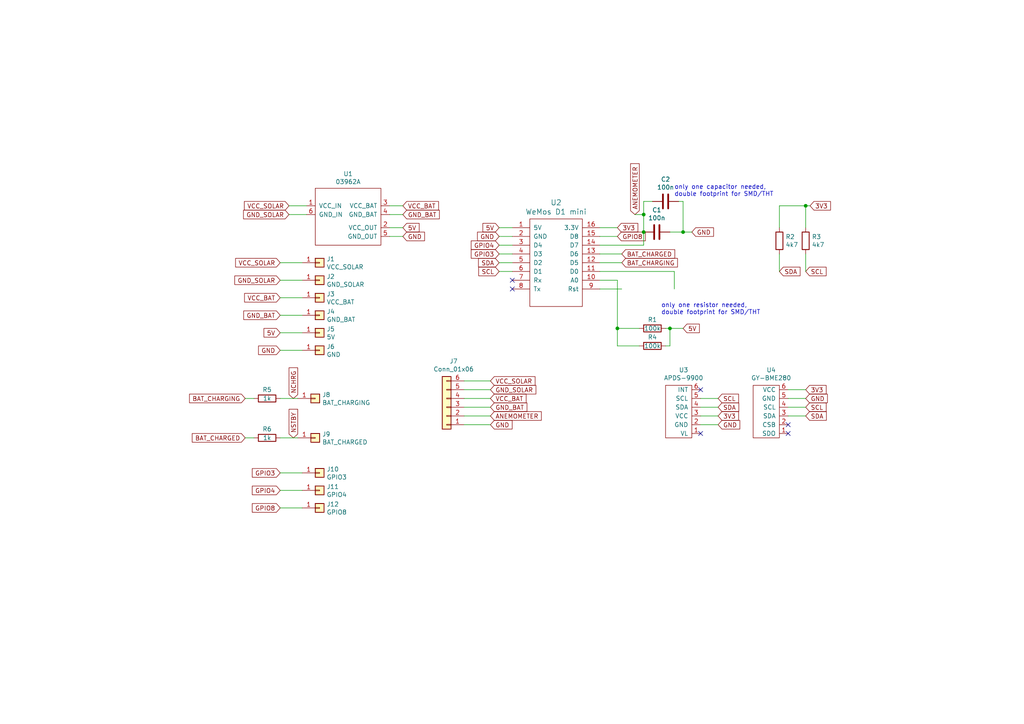
<source format=kicad_sch>
(kicad_sch (version 20211123) (generator eeschema)
  (paper "A4")
  (lib_symbols
    (symbol "Connector_Generic:Conn_01x01" (pin_names (offset 1.016) hide)
      (property "Reference" "J" (at 0 2.54 0))
      (property "Value" "Conn_01x01" (at 0 -2.54 0))
      (symbol "Conn_01x01_1_1"
        (rectangle (start -1.27 0.127) (end 0 -0.127) (stroke (width 0.1524)))
        (rectangle (start -1.27 1.27) (end 1.27 -1.27) (stroke (width 0.254)) (fill (type background)))
        (pin passive line (at -5.08 0 0) (length 3.81) (name "Pin_1") (number "1"))
      )
    )
    (symbol "Connector_Generic:Conn_01x06" (pin_names (offset 1.016) hide)
      (property "Reference" "J" (at 0 7.62 0))
      (property "Value" "Conn_01x06" (at 0 -10.16 0))
      (symbol "Conn_01x06_1_1"
        (rectangle (start -1.27 -7.493) (end 0 -7.747) (stroke (width 0.1524)))
        (rectangle (start -1.27 -4.953) (end 0 -5.207) (stroke (width 0.1524)))
        (rectangle (start -1.27 -2.413) (end 0 -2.667) (stroke (width 0.1524)))
        (rectangle (start -1.27 0.127) (end 0 -0.127) (stroke (width 0.1524)))
        (rectangle (start -1.27 2.667) (end 0 2.413) (stroke (width 0.1524)))
        (rectangle (start -1.27 5.207) (end 0 4.953) (stroke (width 0.1524)))
        (rectangle (start -1.27 6.35) (end 1.27 -8.89) (stroke (width 0.254)) (fill (type background)))
        (pin passive line (at -5.08 5.08 0) (length 3.81) (name "Pin_1") (number "1"))
        (pin passive line (at -5.08 2.54 0) (length 3.81) (name "Pin_2") (number "2"))
        (pin passive line (at -5.08 0 0) (length 3.81) (name "Pin_3") (number "3"))
        (pin passive line (at -5.08 -2.54 0) (length 3.81) (name "Pin_4") (number "4"))
        (pin passive line (at -5.08 -5.08 0) (length 3.81) (name "Pin_5") (number "5"))
        (pin passive line (at -5.08 -7.62 0) (length 3.81) (name "Pin_6") (number "6"))
      )
    )
    (symbol "Device:C" (pin_numbers hide) (pin_names (offset 0.254))
      (property "Reference" "C" (at 0.635 2.54 0))
      (property "Value" "C" (at 0.635 -2.54 0))
      (symbol "C_0_1"
        (polyline (pts (xy -2.032 -0.762) (xy 2.032 -0.762)) (stroke (width 0.508)))
        (polyline (pts (xy -2.032 0.762) (xy 2.032 0.762)) (stroke (width 0.508)))
      )
      (symbol "C_1_1"
        (pin passive line (at 0 3.81 270) (length 2.794) (name "~") (number "1"))
        (pin passive line (at 0 -3.81 90) (length 2.794) (name "~") (number "2"))
      )
    )
    (symbol "Device:R" (pin_numbers hide) (pin_names (offset 0))
      (property "Reference" "R" (at 2.032 0 90))
      (property "Value" "R" (at 0 0 90))
      (symbol "R_0_1"
        (rectangle (start -1.016 -2.54) (end 1.016 2.54) (stroke (width 0.254)))
      )
      (symbol "R_1_1"
        (pin passive line (at 0 3.81 270) (length 1.27) (name "~") (number "1"))
        (pin passive line (at 0 -3.81 90) (length 1.27) (name "~") (number "2"))
      )
    )
    (symbol "oko-weatherstation-rescue:GY-BME280-oko" (pin_names (offset 1.016))
      (property "Reference" "U" (at 0 -7.62 0))
      (property "Value" "GY-BME280-oko" (at 0 0 90))
      (symbol "GY-BME280-oko_0_1"
        (rectangle (start -1.27 6.35) (end 6.35 -8.89))
      )
      (symbol "GY-BME280-oko_1_1"
        (pin bidirectional line (at 8.89 -7.62 180) (length 2.54) (name "SDO") (number "1"))
        (pin bidirectional line (at 8.89 -5.08 180) (length 2.54) (name "CSB") (number "2"))
        (pin bidirectional line (at 8.89 -2.54 180) (length 2.54) (name "SDA") (number "3"))
        (pin bidirectional line (at 8.89 0 180) (length 2.54) (name "SCL") (number "4"))
        (pin unspecified line (at 8.89 2.54 180) (length 2.54) (name "GND") (number "5"))
        (pin unspecified line (at 8.89 5.08 180) (length 2.54) (name "VCC") (number "6"))
      )
    )
    (symbol "oko:03962A" (pin_names (offset 1.016))
      (property "Reference" "U" (at 1.27 -11.43 0))
      (property "Value" "03962A" (at -6.35 6.35 0))
      (symbol "03962A_0_1"
        (rectangle (start -16.51 7.62) (end 2.54 -8.89))
      )
      (symbol "03962A_1_1"
        (pin passive line (at -19.05 2.54 0) (length 2.54) (name "VCC_IN") (number "1"))
        (pin passive line (at 5.08 -3.81 180) (length 2.54) (name "VCC_OUT") (number "2"))
        (pin passive line (at 5.08 2.54 180) (length 2.54) (name "VCC_BAT") (number "3"))
        (pin passive line (at 5.08 0 180) (length 2.54) (name "GND_BAT") (number "4"))
        (pin passive line (at 5.08 -6.35 180) (length 2.54) (name "GND_OUT") (number "5"))
        (pin passive line (at -19.05 0 0) (length 2.54) (name "GND_IN") (number "6"))
      )
    )
    (symbol "oko:APDS-9900" (pin_names (offset 1.016))
      (property "Reference" "U" (at 0 -11.43 0))
      (property "Value" "APDS-9900" (at 0 -2.54 90))
      (symbol "APDS-9900_0_1"
        (rectangle (start -1.27 5.08) (end 6.35 -10.16))
      )
      (symbol "APDS-9900_1_1"
        (pin bidirectional line (at 8.89 -8.89 180) (length 2.54) (name "VL") (number "1"))
        (pin unspecified line (at 8.89 -6.35 180) (length 2.54) (name "GND") (number "2"))
        (pin unspecified line (at 8.89 -3.81 180) (length 2.54) (name "VCC") (number "3"))
        (pin bidirectional line (at 8.89 -1.27 180) (length 2.54) (name "SDA") (number "4"))
        (pin bidirectional line (at 8.89 1.27 180) (length 2.54) (name "SCL") (number "5"))
        (pin bidirectional line (at 8.89 3.81 180) (length 2.54) (name "INT") (number "6"))
      )
    )
    (symbol "wemos_mini:WeMos_mini" (pin_names (offset 1.016))
      (property "Reference" "U" (at 0 12.7 0))
      (property "Value" "WeMos_mini" (at 0 -12.7 0))
      (symbol "WeMos_mini_0_1"
        (rectangle (start -7.62 11.43) (end 7.62 -13.97))
      )
      (symbol "WeMos_mini_1_1"
        (pin power_in line (at -12.7 8.89 0) (length 5.08) (name "5V") (number "1"))
        (pin bidirectional line (at 12.7 -6.35 180) (length 5.08) (name "A0") (number "10"))
        (pin bidirectional line (at 12.7 -3.81 180) (length 5.08) (name "D0") (number "11"))
        (pin bidirectional line (at 12.7 -1.27 180) (length 5.08) (name "D5") (number "12"))
        (pin bidirectional line (at 12.7 1.27 180) (length 5.08) (name "D6") (number "13"))
        (pin bidirectional line (at 12.7 3.81 180) (length 5.08) (name "D7") (number "14"))
        (pin bidirectional line (at 12.7 6.35 180) (length 5.08) (name "D8") (number "15"))
        (pin power_out line (at 12.7 8.89 180) (length 5.08) (name "3.3V") (number "16"))
        (pin power_in line (at -12.7 6.35 0) (length 5.08) (name "GND") (number "2"))
        (pin bidirectional line (at -12.7 3.81 0) (length 5.08) (name "D4") (number "3"))
        (pin bidirectional line (at -12.7 1.27 0) (length 5.08) (name "D3") (number "4"))
        (pin bidirectional line (at -12.7 -1.27 0) (length 5.08) (name "D2") (number "5"))
        (pin bidirectional line (at -12.7 -3.81 0) (length 5.08) (name "D1") (number "6"))
        (pin bidirectional line (at -12.7 -6.35 0) (length 5.08) (name "Rx") (number "7"))
        (pin bidirectional line (at -12.7 -8.89 0) (length 5.08) (name "Tx") (number "8"))
        (pin bidirectional line (at 12.7 -8.89 180) (length 5.08) (name "Rst") (number "9"))
      )
    )
  )
  (junction (at 194.31 95.25))
  (junction (at 186.69 62.23))
  (junction (at 233.68 59.69))
  (junction (at 179.07 95.25))
  (junction (at 198.12 67.31))
  (junction (at 186.69 67.31))
  (no_connect (at 148.59 83.82))
  (no_connect (at 228.6 125.73))
  (no_connect (at 203.2 125.73))
  (no_connect (at 203.2 113.03))
  (no_connect (at 228.6 123.19))
  (no_connect (at 148.59 81.28))
  (wire (pts (xy 148.59 68.58) (xy 144.78 68.58)))
  (wire (pts (xy 134.62 115.57) (xy 142.24 115.57)))
  (wire (pts (xy 179.07 95.25) (xy 179.07 100.33)))
  (wire (pts (xy 113.03 66.04) (xy 116.84 66.04)))
  (wire (pts (xy 173.99 71.12) (xy 186.69 71.12)))
  (wire (pts (xy 173.99 66.04) (xy 179.07 66.04)))
  (wire (pts (xy 193.04 100.33) (xy 194.31 100.33)))
  (wire (pts (xy 113.03 62.23) (xy 116.84 62.23)))
  (wire (pts (xy 134.62 110.49) (xy 142.24 110.49)))
  (wire (pts (xy 194.31 95.25) (xy 198.12 95.25)))
  (wire (pts (xy 203.2 115.57) (xy 208.28 115.57)))
  (wire (pts (xy 81.28 91.44) (xy 87.63 91.44)))
  (wire (pts (xy 83.82 62.23) (xy 88.9 62.23)))
  (wire (pts (xy 113.03 59.69) (xy 116.84 59.69)))
  (wire (pts (xy 134.62 120.65) (xy 142.24 120.65)))
  (wire (pts (xy 194.31 67.31) (xy 198.12 67.31)))
  (wire (pts (xy 186.69 71.12) (xy 186.69 67.31)))
  (wire (pts (xy 228.6 113.03) (xy 233.68 113.03)))
  (wire (pts (xy 194.31 95.25) (xy 194.31 100.33)))
  (wire (pts (xy 186.69 62.23) (xy 186.69 58.42)))
  (wire (pts (xy 186.69 58.42) (xy 189.23 58.42)))
  (wire (pts (xy 179.07 81.28) (xy 179.07 95.25)))
  (wire (pts (xy 81.28 86.36) (xy 87.63 86.36)))
  (wire (pts (xy 81.28 76.2) (xy 87.63 76.2)))
  (wire (pts (xy 71.12 115.57) (xy 73.66 115.57)))
  (wire (pts (xy 173.99 83.82) (xy 180.34 83.82)))
  (wire (pts (xy 193.04 95.25) (xy 194.31 95.25)))
  (wire (pts (xy 144.78 66.04) (xy 148.59 66.04)))
  (wire (pts (xy 144.78 76.2) (xy 148.59 76.2)))
  (wire (pts (xy 198.12 58.42) (xy 198.12 67.31)))
  (wire (pts (xy 179.07 95.25) (xy 185.42 95.25)))
  (wire (pts (xy 148.59 73.66) (xy 144.78 73.66)))
  (wire (pts (xy 81.28 137.16) (xy 87.63 137.16)))
  (wire (pts (xy 134.62 123.19) (xy 142.24 123.19)))
  (wire (pts (xy 180.34 76.2) (xy 173.99 76.2)))
  (wire (pts (xy 186.69 62.23) (xy 184.15 62.23)))
  (wire (pts (xy 81.28 115.57) (xy 86.36 115.57)))
  (wire (pts (xy 71.12 127) (xy 73.66 127)))
  (wire (pts (xy 113.03 68.58) (xy 116.84 68.58)))
  (wire (pts (xy 186.69 62.23) (xy 186.69 67.31)))
  (wire (pts (xy 203.2 118.11) (xy 208.28 118.11)))
  (wire (pts (xy 81.28 147.32) (xy 87.63 147.32)))
  (wire (pts (xy 233.68 59.69) (xy 234.95 59.69)))
  (wire (pts (xy 81.28 96.52) (xy 87.63 96.52)))
  (wire (pts (xy 81.28 127) (xy 86.36 127)))
  (wire (pts (xy 196.85 58.42) (xy 198.12 58.42)))
  (wire (pts (xy 228.6 115.57) (xy 233.68 115.57)))
  (wire (pts (xy 134.62 113.03) (xy 142.24 113.03)))
  (wire (pts (xy 203.2 120.65) (xy 208.28 120.65)))
  (wire (pts (xy 203.2 123.19) (xy 208.28 123.19)))
  (wire (pts (xy 226.06 73.66) (xy 226.06 78.74)))
  (wire (pts (xy 180.34 73.66) (xy 173.99 73.66)))
  (wire (pts (xy 81.28 81.28) (xy 87.63 81.28)))
  (wire (pts (xy 228.6 118.11) (xy 233.68 118.11)))
  (wire (pts (xy 148.59 71.12) (xy 144.78 71.12)))
  (wire (pts (xy 81.28 101.6) (xy 87.63 101.6)))
  (wire (pts (xy 195.58 78.74) (xy 195.58 83.82)))
  (wire (pts (xy 226.06 59.69) (xy 233.68 59.69)))
  (wire (pts (xy 233.68 73.66) (xy 233.68 78.74)))
  (wire (pts (xy 81.28 142.24) (xy 87.63 142.24)))
  (wire (pts (xy 198.12 67.31) (xy 200.66 67.31)))
  (wire (pts (xy 233.68 66.04) (xy 233.68 59.69)))
  (wire (pts (xy 134.62 118.11) (xy 142.24 118.11)))
  (wire (pts (xy 226.06 59.69) (xy 226.06 66.04)))
  (wire (pts (xy 83.82 59.69) (xy 88.9 59.69)))
  (wire (pts (xy 173.99 68.58) (xy 179.07 68.58)))
  (wire (pts (xy 144.78 78.74) (xy 148.59 78.74)))
  (wire (pts (xy 173.99 81.28) (xy 179.07 81.28)))
  (wire (pts (xy 228.6 120.65) (xy 233.68 120.65)))
  (wire (pts (xy 173.99 78.74) (xy 195.58 78.74)))
  (wire (pts (xy 179.07 100.33) (xy 185.42 100.33)))
  (text "only one capacitor needed, \ndouble footprint for SMD/THT" (at 195.58 57.15 0) (effects (font (size 1.27 1.27)) (justify left bottom)))
  (text "only one resistor needed, \ndouble footprint for SMD/THT" (at 191.77 91.44 0) (effects (font (size 1.27 1.27)) (justify left bottom)))
  (global_label "VCC_BAT" (shape input) (at 116.84 59.69 0) (property "Intersheet References" "${INTERSHEET_REFS}" (effects hide)))
  (global_label "BAT_CHARGING" (shape input) (at 71.12 115.57 180) (property "Intersheet References" "${INTERSHEET_REFS}" (effects hide)))
  (global_label "BAT_CHARGED" (shape input) (at 180.34 73.66 0) (property "Intersheet References" "${INTERSHEET_REFS}" (effects hide)))
  (global_label "VCC_BAT" (shape input) (at 142.24 115.57 0) (property "Intersheet References" "${INTERSHEET_REFS}" (effects hide)))
  (global_label "ANEMOMETER" (shape input) (at 142.24 120.65 0) (property "Intersheet References" "${INTERSHEET_REFS}" (effects hide)))
  (global_label "NSTBY" (shape input) (at 85.09 127 90) (property "Intersheet References" "${INTERSHEET_REFS}" (effects hide)))
  (global_label "GND" (shape input) (at 116.84 68.58 0) (property "Intersheet References" "${INTERSHEET_REFS}" (effects hide)))
  (global_label "GPIO8" (shape input) (at 179.07 68.58 0) (property "Intersheet References" "${INTERSHEET_REFS}" (effects hide)))
  (global_label "GND" (shape input) (at 208.28 123.19 0) (property "Intersheet References" "${INTERSHEET_REFS}" (effects hide)))
  (global_label "3V3" (shape input) (at 234.95 59.69 0) (property "Intersheet References" "${INTERSHEET_REFS}" (effects hide)))
  (global_label "5V" (shape input) (at 198.12 95.25 0) (property "Intersheet References" "${INTERSHEET_REFS}" (effects hide)))
  (global_label "SDA" (shape input) (at 226.06 78.74 0) (property "Intersheet References" "${INTERSHEET_REFS}" (effects hide)))
  (global_label "5V" (shape input) (at 81.28 96.52 180) (property "Intersheet References" "${INTERSHEET_REFS}" (effects hide)))
  (global_label "GND" (shape input) (at 144.78 68.58 180) (property "Intersheet References" "${INTERSHEET_REFS}" (effects hide)))
  (global_label "5V" (shape input) (at 144.78 66.04 180) (property "Intersheet References" "${INTERSHEET_REFS}" (effects hide)))
  (global_label "SDA" (shape input) (at 233.68 120.65 0) (property "Intersheet References" "${INTERSHEET_REFS}" (effects hide)))
  (global_label "ANEMOMETER" (shape input) (at 184.15 62.23 90) (property "Intersheet References" "${INTERSHEET_REFS}" (effects hide)))
  (global_label "GND_SOLAR" (shape input) (at 81.28 81.28 180) (property "Intersheet References" "${INTERSHEET_REFS}" (effects hide)))
  (global_label "3V3" (shape input) (at 233.68 113.03 0) (property "Intersheet References" "${INTERSHEET_REFS}" (effects hide)))
  (global_label "GND_BAT" (shape input) (at 116.84 62.23 0) (property "Intersheet References" "${INTERSHEET_REFS}" (effects hide)))
  (global_label "GPIO3" (shape input) (at 81.28 137.16 180) (property "Intersheet References" "${INTERSHEET_REFS}" (effects hide)))
  (global_label "BAT_CHARGING" (shape input) (at 180.34 76.2 0) (property "Intersheet References" "${INTERSHEET_REFS}" (effects hide)))
  (global_label "VCC_SOLAR" (shape input) (at 83.82 59.69 180) (property "Intersheet References" "${INTERSHEET_REFS}" (effects hide)))
  (global_label "GPIO4" (shape input) (at 144.78 71.12 180) (property "Intersheet References" "${INTERSHEET_REFS}" (effects hide)))
  (global_label "SCL" (shape input) (at 144.78 78.74 180) (property "Intersheet References" "${INTERSHEET_REFS}" (effects hide)))
  (global_label "VCC_BAT" (shape input) (at 81.28 86.36 180) (property "Intersheet References" "${INTERSHEET_REFS}" (effects hide)))
  (global_label "GND_BAT" (shape input) (at 81.28 91.44 180) (property "Intersheet References" "${INTERSHEET_REFS}" (effects hide)))
  (global_label "GND_SOLAR" (shape input) (at 142.24 113.03 0) (property "Intersheet References" "${INTERSHEET_REFS}" (effects hide)))
  (global_label "BAT_CHARGED" (shape input) (at 71.12 127 180) (property "Intersheet References" "${INTERSHEET_REFS}" (effects hide)))
  (global_label "GND" (shape input) (at 142.24 123.19 0) (property "Intersheet References" "${INTERSHEET_REFS}" (effects hide)))
  (global_label "SDA" (shape input) (at 144.78 76.2 180) (property "Intersheet References" "${INTERSHEET_REFS}" (effects hide)))
  (global_label "SCL" (shape input) (at 208.28 115.57 0) (property "Intersheet References" "${INTERSHEET_REFS}" (effects hide)))
  (global_label "GND" (shape input) (at 233.68 115.57 0) (property "Intersheet References" "${INTERSHEET_REFS}" (effects hide)))
  (global_label "NCHRG" (shape input) (at 85.09 115.57 90) (property "Intersheet References" "${INTERSHEET_REFS}" (effects hide)))
  (global_label "5V" (shape input) (at 116.84 66.04 0) (property "Intersheet References" "${INTERSHEET_REFS}" (effects hide)))
  (global_label "VCC_SOLAR" (shape input) (at 81.28 76.2 180) (property "Intersheet References" "${INTERSHEET_REFS}" (effects hide)))
  (global_label "3V3" (shape input) (at 208.28 120.65 0) (property "Intersheet References" "${INTERSHEET_REFS}" (effects hide)))
  (global_label "SCL" (shape input) (at 233.68 78.74 0) (property "Intersheet References" "${INTERSHEET_REFS}" (effects hide)))
  (global_label "GPIO8" (shape input) (at 81.28 147.32 180) (property "Intersheet References" "${INTERSHEET_REFS}" (effects hide)))
  (global_label "GND_SOLAR" (shape input) (at 83.82 62.23 180) (property "Intersheet References" "${INTERSHEET_REFS}" (effects hide)))
  (global_label "GPIO3" (shape input) (at 144.78 73.66 180) (property "Intersheet References" "${INTERSHEET_REFS}" (effects hide)))
  (global_label "GND_BAT" (shape input) (at 142.24 118.11 0) (property "Intersheet References" "${INTERSHEET_REFS}" (effects hide)))
  (global_label "3V3" (shape input) (at 179.07 66.04 0) (property "Intersheet References" "${INTERSHEET_REFS}" (effects hide)))
  (global_label "SCL" (shape input) (at 233.68 118.11 0) (property "Intersheet References" "${INTERSHEET_REFS}" (effects hide)))
  (global_label "SDA" (shape input) (at 208.28 118.11 0) (property "Intersheet References" "${INTERSHEET_REFS}" (effects hide)))
  (global_label "GPIO4" (shape input) (at 81.28 142.24 180) (property "Intersheet References" "${INTERSHEET_REFS}" (effects hide)))
  (global_label "GND" (shape input) (at 81.28 101.6 180) (property "Intersheet References" "${INTERSHEET_REFS}" (effects hide)))
  (global_label "GND" (shape input) (at 200.66 67.31 0) (property "Intersheet References" "${INTERSHEET_REFS}" (effects hide)))
  (global_label "VCC_SOLAR" (shape input) (at 142.24 110.49 0) (property "Intersheet References" "${INTERSHEET_REFS}" (effects hide)))
  (symbol (lib_id "wemos_mini:WeMos_mini") (at 161.29 74.93 0) (unit 1)
    (property "Reference" "U2" (at 161.29 58.7502 0) (effects (font (size 1.524 1.524))))
    (property "Value" "WeMos D1 mini" (at 161.29 61.4426 0) (effects (font (size 1.524 1.524))))
    (property "Footprint" "oko:wemos-d1-mini-connectors-only" (effects hide))
  )
  (symbol (lib_id "oko:03962A") (at 107.95 62.23 0) (unit 1)
    (property "Reference" "U1" (at 100.965 50.419 0))
    (property "Value" "03962A" (at 100.965 52.7304 0))
    (property "Footprint" "oko:03962A" (effects hide))
  )
  (symbol (lib_id "oko:APDS-9900") (at 194.31 116.84 0) (unit 1)
    (property "Reference" "U3" (at 198.2724 107.315 0))
    (property "Value" "APDS-9900" (at 198.2724 109.6264 0))
    (property "Footprint" "oko:APDS-9960" (effects hide))
  )
  (symbol (lib_id "oko-weatherstation-rescue:GY-BME280-oko") (at 219.71 118.11 0) (unit 1)
    (property "Reference" "U4" (at 223.6724 107.315 0))
    (property "Value" "GY-BME280" (at 223.6724 109.6264 0))
    (property "Footprint" "oko:GY-BME280" (effects hide))
  )
  (symbol (lib_id "Device:C") (at 190.5 67.31 270) (unit 1)
    (property "Reference" "C1" (at 190.5 60.9092 90))
    (property "Value" "100n" (at 190.5 63.2206 90))
    (property "Footprint" "Capacitors_ThroughHole:C_Rect_L4.6mm_W2.0mm_P2.50mm_MKS02_FKP02" (effects hide))
  )
  (symbol (lib_id "Device:R") (at 189.23 95.25 270) (unit 1)
    (property "Reference" "R1" (at 189.23 92.71 90))
    (property "Value" "100k" (at 189.23 95.25 90))
    (property "Footprint" "Resistors_THT:R_Axial_DIN0207_L6.3mm_D2.5mm_P7.62mm_Horizontal" (effects hide))
  )
  (symbol (lib_id "oko-weatherstation-rescue:Jumper-Device") (at 187.96 83.82 180) (unit 1)
    (property "Reference" "JP1" (at 187.96 85.09 0))
    (property "Value" "Jumper" (at 187.96 82.55 0))
    (property "Footprint" "Pin_Headers:Pin_Header_Angled_1x02_Pitch2.54mm" (effects hide))
  )
  (symbol (lib_id "Connector_Generic:Conn_01x06") (at 129.54 118.11 180) (unit 1)
    (property "Reference" "J7" (at 131.572 104.775 0))
    (property "Value" "Conn_01x06" (at 131.572 107.0864 0))
    (property "Footprint" "Pin_Headers:Pin_Header_Angled_1x06_Pitch2.54mm" (effects hide))
  )
  (symbol (lib_id "Connector_Generic:Conn_01x01") (at 92.71 76.2 0) (unit 1)
    (property "Reference" "J1" (at 94.7166 75.1332 0) (effects (justify left)))
    (property "Value" "VCC_SOLAR" (at 94.7166 77.4446 0) (effects (justify left)))
    (property "Footprint" "Measurement_Points:Measurement_Point_Square-SMD-Pad_Small" (effects hide))
  )
  (symbol (lib_id "Connector_Generic:Conn_01x01") (at 92.71 81.28 0) (unit 1)
    (property "Reference" "J2" (at 94.7166 80.2132 0) (effects (justify left)))
    (property "Value" "GND_SOLAR" (at 94.7166 82.5246 0) (effects (justify left)))
    (property "Footprint" "Measurement_Points:Measurement_Point_Square-SMD-Pad_Small" (effects hide))
  )
  (symbol (lib_id "Connector_Generic:Conn_01x01") (at 92.71 86.36 0) (unit 1)
    (property "Reference" "J3" (at 94.7166 85.2932 0) (effects (justify left)))
    (property "Value" "VCC_BAT" (at 94.7166 87.6046 0) (effects (justify left)))
    (property "Footprint" "Measurement_Points:Measurement_Point_Square-SMD-Pad_Small" (effects hide))
  )
  (symbol (lib_id "Connector_Generic:Conn_01x01") (at 92.71 91.44 0) (unit 1)
    (property "Reference" "J4" (at 94.742 90.3732 0) (effects (justify left)))
    (property "Value" "GND_BAT" (at 94.742 92.6846 0) (effects (justify left)))
    (property "Footprint" "Measurement_Points:Measurement_Point_Square-SMD-Pad_Small" (effects hide))
  )
  (symbol (lib_id "Connector_Generic:Conn_01x01") (at 92.71 96.52 0) (unit 1)
    (property "Reference" "J5" (at 94.7166 95.4532 0) (effects (justify left)))
    (property "Value" "5V" (at 94.7166 97.7646 0) (effects (justify left)))
    (property "Footprint" "Measurement_Points:Measurement_Point_Square-SMD-Pad_Small" (effects hide))
  )
  (symbol (lib_id "Connector_Generic:Conn_01x01") (at 92.71 101.6 0) (unit 1)
    (property "Reference" "J6" (at 94.7166 100.5332 0) (effects (justify left)))
    (property "Value" "GND" (at 94.7166 102.8446 0) (effects (justify left)))
    (property "Footprint" "Measurement_Points:Measurement_Point_Square-SMD-Pad_Small" (effects hide))
  )
  (symbol (lib_id "Device:R") (at 226.06 69.85 0) (unit 1)
    (property "Reference" "R2" (at 227.838 68.6816 0) (effects (justify left)))
    (property "Value" "4k7" (at 227.838 70.993 0) (effects (justify left)))
    (property "Footprint" "Resistors_SMD:R_0603_1608Metric" (effects hide))
  )
  (symbol (lib_id "Device:R") (at 233.68 69.85 0) (unit 1)
    (property "Reference" "R3" (at 235.458 68.6816 0) (effects (justify left)))
    (property "Value" "4k7" (at 235.458 70.993 0) (effects (justify left)))
    (property "Footprint" "Resistors_SMD:R_0603_1608Metric" (effects hide))
  )
  (symbol (lib_id "Connector_Generic:Conn_01x01") (at 91.44 115.57 0) (unit 1)
    (property "Reference" "J8" (at 93.4466 114.5032 0) (effects (justify left)))
    (property "Value" "BAT_CHARGING" (at 93.4466 116.8146 0) (effects (justify left)))
    (property "Footprint" "TestPoint:TestPoint_THTPad_1.5x1.5mm_Drill0.7mm" (effects hide))
  )
  (symbol (lib_id "Connector_Generic:Conn_01x01") (at 91.44 127 0) (unit 1)
    (property "Reference" "J9" (at 93.4466 125.9332 0) (effects (justify left)))
    (property "Value" "BAT_CHARGED" (at 93.4466 128.2446 0) (effects (justify left)))
    (property "Footprint" "TestPoint:TestPoint_THTPad_1.5x1.5mm_Drill0.7mm" (effects hide))
  )
  (symbol (lib_id "Connector_Generic:Conn_01x01") (at 92.71 137.16 0) (unit 1)
    (property "Reference" "J10" (at 94.7166 136.0932 0) (effects (justify left)))
    (property "Value" "GPIO3" (at 94.7166 138.4046 0) (effects (justify left)))
    (property "Footprint" "TestPoint:TestPoint_Pad_1.5x1.5mm" (effects hide))
  )
  (symbol (lib_id "Connector_Generic:Conn_01x01") (at 92.71 142.24 0) (unit 1)
    (property "Reference" "J11" (at 94.7166 141.1732 0) (effects (justify left)))
    (property "Value" "GPIO4" (at 94.7166 143.4846 0) (effects (justify left)))
    (property "Footprint" "TestPoint:TestPoint_Pad_1.5x1.5mm" (effects hide))
  )
  (symbol (lib_id "Connector_Generic:Conn_01x01") (at 92.71 147.32 0) (unit 1)
    (property "Reference" "J12" (at 94.7166 146.2532 0) (effects (justify left)))
    (property "Value" "GPIO8" (at 94.7166 148.5646 0) (effects (justify left)))
    (property "Footprint" "TestPoint:TestPoint_Pad_1.5x1.5mm" (effects hide))
  )
  (symbol (lib_id "Device:C") (at 193.04 58.42 270) (unit 1)
    (property "Reference" "C2" (at 193.04 52.0192 90))
    (property "Value" "100n" (at 193.04 54.3306 90))
    (property "Footprint" "Capacitors_SMD:C_0603_1608Metric" (effects hide))
  )
  (symbol (lib_id "Device:R") (at 189.23 100.33 270) (unit 1)
    (property "Reference" "R4" (at 189.23 97.79 90))
    (property "Value" "100k" (at 189.23 100.33 90))
    (property "Footprint" "Resistors_SMD:R_0603_1608Metric" (effects hide))
  )
  (symbol (lib_id "Device:R") (at 77.47 115.57 270) (unit 1)
    (property "Reference" "R5" (at 77.47 113.03 90))
    (property "Value" "1k" (at 77.47 115.57 90))
    (property "Footprint" "Resistors_SMD:R_0603_1608Metric" (effects hide))
  )
  (symbol (lib_id "Device:R") (at 77.47 127 270) (unit 1)
    (property "Reference" "R6" (at 77.47 124.46 90))
    (property "Value" "1k" (at 77.47 127 90))
    (property "Footprint" "Resistors_SMD:R_0603_1608Metric" (effects hide))
  )
)
</source>
